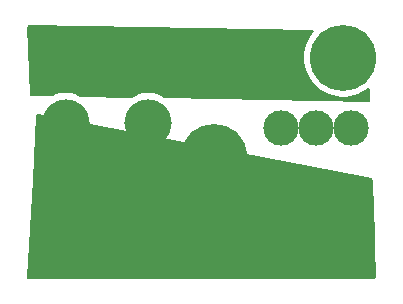
<source format=gbr>
%TF.GenerationSoftware,KiCad,Pcbnew,7.0.7*%
%TF.CreationDate,2024-08-19T02:41:26-07:00*%
%TF.ProjectId,CombatPDB,436f6d62-6174-4504-9442-2e6b69636164,rev?*%
%TF.SameCoordinates,Original*%
%TF.FileFunction,Copper,L2,Bot*%
%TF.FilePolarity,Positive*%
%FSLAX46Y46*%
G04 Gerber Fmt 4.6, Leading zero omitted, Abs format (unit mm)*
G04 Created by KiCad (PCBNEW 7.0.7) date 2024-08-19 02:41:26*
%MOMM*%
%LPD*%
G01*
G04 APERTURE LIST*
%TA.AperFunction,ComponentPad*%
%ADD10R,3.800000X3.800000*%
%TD*%
%TA.AperFunction,ComponentPad*%
%ADD11C,4.000000*%
%TD*%
%TA.AperFunction,ViaPad*%
%ADD12C,8.000000*%
%TD*%
%TA.AperFunction,ViaPad*%
%ADD13C,5.600000*%
%TD*%
%TA.AperFunction,ViaPad*%
%ADD14C,3.000000*%
%TD*%
%TA.AperFunction,ViaPad*%
%ADD15C,2.500000*%
%TD*%
G04 APERTURE END LIST*
D10*
%TO.P,BT1,1,+*%
%TO.N,/VBAT*%
X137000000Y-66500000D03*
D11*
%TO.P,BT1,2,-*%
%TO.N,GND*%
X137000000Y-71500000D03*
%TD*%
D10*
%TO.P,BT2,1,+*%
%TO.N,/VBAT*%
X144000000Y-66500000D03*
D11*
%TO.P,BT2,2,-*%
%TO.N,GND*%
X144000000Y-71500000D03*
%TD*%
D12*
%TO.N,GND*%
X159200000Y-80600000D03*
D13*
%TO.N,*%
X160500000Y-66000000D03*
D14*
%TO.N,GND*%
X158200000Y-72000000D03*
X161200000Y-72000000D03*
D13*
X149600000Y-74400000D03*
D14*
X155200000Y-72000000D03*
D15*
%TO.N,/VBAT*%
X153500000Y-67750000D03*
X148500000Y-67750000D03*
D14*
X149250000Y-65250000D03*
D15*
X151000000Y-67750000D03*
D14*
X155250000Y-65250000D03*
D15*
X156000000Y-67750000D03*
D14*
X152250000Y-65250000D03*
%TD*%
%TA.AperFunction,Conductor*%
%TO.N,/VBAT*%
G36*
X157886090Y-63666139D02*
G01*
X157952776Y-63686976D01*
X157997614Y-63740561D01*
X158006363Y-63809880D01*
X157978456Y-63870396D01*
X157868641Y-63999680D01*
X157868634Y-63999690D01*
X157667790Y-64295913D01*
X157667784Y-64295922D01*
X157500151Y-64612111D01*
X157500142Y-64612129D01*
X157367674Y-64944600D01*
X157367672Y-64944607D01*
X157271932Y-65289434D01*
X157271926Y-65289460D01*
X157214029Y-65642614D01*
X157214028Y-65642631D01*
X157194652Y-65999997D01*
X157194652Y-66000002D01*
X157214028Y-66357368D01*
X157214029Y-66357385D01*
X157271926Y-66710539D01*
X157271932Y-66710565D01*
X157367672Y-67055392D01*
X157367674Y-67055399D01*
X157500142Y-67387870D01*
X157500151Y-67387888D01*
X157667784Y-67704077D01*
X157667790Y-67704086D01*
X157868634Y-68000309D01*
X157868641Y-68000319D01*
X158100331Y-68273085D01*
X158100332Y-68273086D01*
X158360163Y-68519211D01*
X158645081Y-68735800D01*
X158951747Y-68920315D01*
X158951749Y-68920316D01*
X158951751Y-68920317D01*
X158951755Y-68920319D01*
X159122903Y-68999500D01*
X159276565Y-69070591D01*
X159615726Y-69184868D01*
X159965254Y-69261805D01*
X160321052Y-69300500D01*
X160321058Y-69300500D01*
X160678942Y-69300500D01*
X160678948Y-69300500D01*
X161034746Y-69261805D01*
X161384274Y-69184868D01*
X161723435Y-69070591D01*
X162048253Y-68920315D01*
X162354919Y-68735800D01*
X162550959Y-68586773D01*
X162616241Y-68561875D01*
X162684622Y-68576222D01*
X162734390Y-68625261D01*
X162750000Y-68685490D01*
X162750000Y-69623824D01*
X162730315Y-69690863D01*
X162677511Y-69736618D01*
X162623844Y-69747805D01*
X145469961Y-69449476D01*
X145403274Y-69428629D01*
X145399232Y-69425813D01*
X145342495Y-69384591D01*
X145342488Y-69384586D01*
X145342484Y-69384584D01*
X145066766Y-69233006D01*
X145066763Y-69233004D01*
X145066758Y-69233002D01*
X145066757Y-69233001D01*
X144774228Y-69117181D01*
X144774225Y-69117180D01*
X144469476Y-69038934D01*
X144469463Y-69038932D01*
X144157329Y-68999500D01*
X144157318Y-68999500D01*
X143842682Y-68999500D01*
X143842670Y-68999500D01*
X143530536Y-69038932D01*
X143530523Y-69038934D01*
X143225774Y-69117180D01*
X143225771Y-69117181D01*
X142933242Y-69233001D01*
X142933234Y-69233005D01*
X142658247Y-69384181D01*
X142596354Y-69399500D01*
X138262227Y-69324125D01*
X138204646Y-69308806D01*
X138066765Y-69233005D01*
X138066757Y-69233001D01*
X137774228Y-69117181D01*
X137774225Y-69117180D01*
X137469476Y-69038934D01*
X137469463Y-69038932D01*
X137157329Y-68999500D01*
X137157318Y-68999500D01*
X136842682Y-68999500D01*
X136842670Y-68999500D01*
X136530536Y-69038932D01*
X136530523Y-69038934D01*
X136225774Y-69117180D01*
X136225771Y-69117181D01*
X135933235Y-69233004D01*
X135872896Y-69266176D01*
X135811003Y-69281495D01*
X134116870Y-69252032D01*
X134050183Y-69231185D01*
X134005353Y-69177593D01*
X133995134Y-69133217D01*
X133755475Y-63381409D01*
X133772352Y-63313610D01*
X133823206Y-63265697D01*
X133881504Y-63252267D01*
X157886090Y-63666139D01*
G37*
%TD.AperFunction*%
%TD*%
%TA.AperFunction,Conductor*%
%TO.N,GND*%
G36*
X162902471Y-76231178D02*
G01*
X162964565Y-76263209D01*
X162999486Y-76323727D01*
X163002920Y-76349287D01*
X163246246Y-84622355D01*
X163228541Y-84689944D01*
X163177105Y-84737231D01*
X163122300Y-84750000D01*
X133880820Y-84750000D01*
X133813781Y-84730315D01*
X133768026Y-84677511D01*
X133756998Y-84619367D01*
X134201407Y-76323727D01*
X134492388Y-70892079D01*
X134515630Y-70826190D01*
X134570806Y-70783326D01*
X134639703Y-70776960D01*
X162902471Y-76231178D01*
G37*
%TD.AperFunction*%
%TD*%
M02*

</source>
